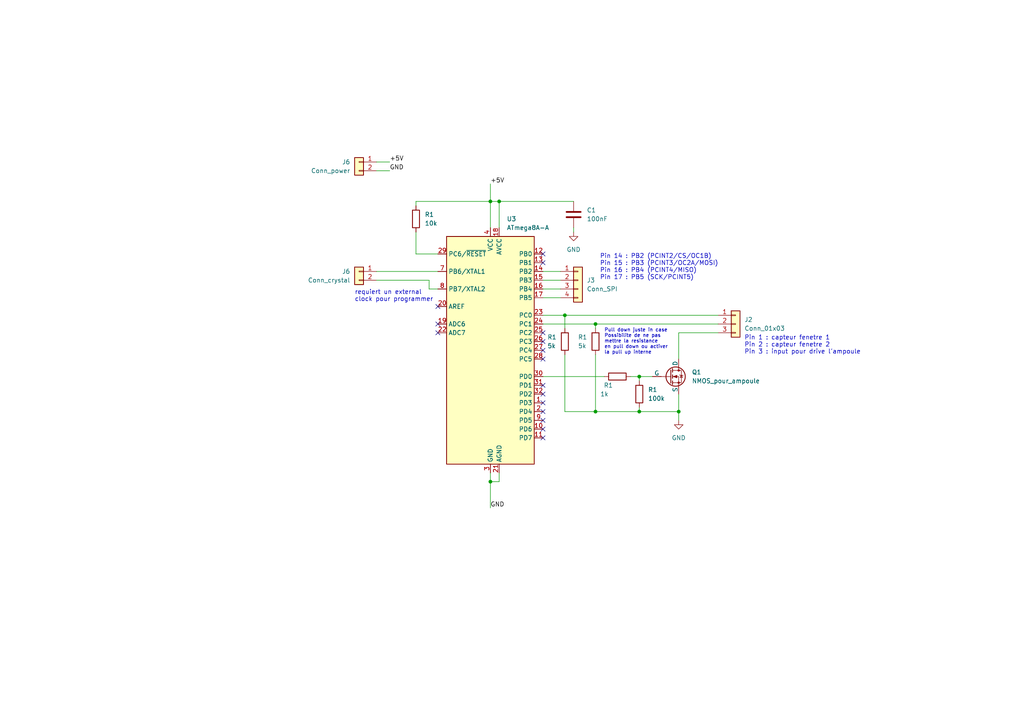
<source format=kicad_sch>
(kicad_sch (version 20230121) (generator eeschema)
  (paper "A4")
  (lib_symbols
    (symbol "Connector_Generic:Conn_01x02" (pin_names (offset 1.016) hide)
      (property "Reference" "J" (at 0 2.54 0))
      (property "Value" "Conn_01x02" (at 0 -5.08 0))
      (symbol "Conn_01x02_1_1"
        (rectangle (start -1.27 -2.413) (end 0 -2.667) (stroke (width 0.1524)))
        (rectangle (start -1.27 0.127) (end 0 -0.127) (stroke (width 0.1524)))
        (rectangle (start -1.27 1.27) (end 1.27 -3.81) (stroke (width 0.254)) (fill (type background)))
        (pin passive line (at -5.08 0 0) (length 3.81) (name "Pin_1") (number "1"))
        (pin passive line (at -5.08 -2.54 0) (length 3.81) (name "Pin_2") (number "2"))
      )
    )
    (symbol "Connector_Generic:Conn_01x03" (pin_names (offset 1.016) hide)
      (property "Reference" "J" (at 0 5.08 0))
      (property "Value" "Conn_01x03" (at 0 -5.08 0))
      (symbol "Conn_01x03_1_1"
        (rectangle (start -1.27 -2.413) (end 0 -2.667) (stroke (width 0.1524)))
        (rectangle (start -1.27 0.127) (end 0 -0.127) (stroke (width 0.1524)))
        (rectangle (start -1.27 2.667) (end 0 2.413) (stroke (width 0.1524)))
        (rectangle (start -1.27 3.81) (end 1.27 -3.81) (stroke (width 0.254)) (fill (type background)))
        (pin passive line (at -5.08 2.54 0) (length 3.81) (name "Pin_1") (number "1"))
        (pin passive line (at -5.08 0 0) (length 3.81) (name "Pin_2") (number "2"))
        (pin passive line (at -5.08 -2.54 0) (length 3.81) (name "Pin_3") (number "3"))
      )
    )
    (symbol "Connector_Generic:Conn_01x04" (pin_names (offset 1.016) hide)
      (property "Reference" "J" (at 0 5.08 0))
      (property "Value" "Conn_01x04" (at 0 -7.62 0))
      (symbol "Conn_01x04_1_1"
        (rectangle (start -1.27 -4.953) (end 0 -5.207) (stroke (width 0.1524)))
        (rectangle (start -1.27 -2.413) (end 0 -2.667) (stroke (width 0.1524)))
        (rectangle (start -1.27 0.127) (end 0 -0.127) (stroke (width 0.1524)))
        (rectangle (start -1.27 2.667) (end 0 2.413) (stroke (width 0.1524)))
        (rectangle (start -1.27 3.81) (end 1.27 -6.35) (stroke (width 0.254)) (fill (type background)))
        (pin passive line (at -5.08 2.54 0) (length 3.81) (name "Pin_1") (number "1"))
        (pin passive line (at -5.08 0 0) (length 3.81) (name "Pin_2") (number "2"))
        (pin passive line (at -5.08 -2.54 0) (length 3.81) (name "Pin_3") (number "3"))
        (pin passive line (at -5.08 -5.08 0) (length 3.81) (name "Pin_4") (number "4"))
      )
    )
    (symbol "Device:C" (pin_numbers hide) (pin_names (offset 0.254))
      (property "Reference" "C" (at 0.635 2.54 0))
      (property "Value" "C" (at 0.635 -2.54 0))
      (symbol "C_0_1"
        (polyline (pts (xy -2.032 -0.762) (xy 2.032 -0.762)) (stroke (width 0.508)))
        (polyline (pts (xy -2.032 0.762) (xy 2.032 0.762)) (stroke (width 0.508)))
      )
      (symbol "C_1_1"
        (pin passive line (at 0 3.81 270) (length 2.794) (name "~") (number "1"))
        (pin passive line (at 0 -3.81 90) (length 2.794) (name "~") (number "2"))
      )
    )
    (symbol "Device:R" (pin_numbers hide) (pin_names (offset 0))
      (property "Reference" "R" (at 2.032 0 90))
      (property "Value" "R" (at 0 0 90))
      (symbol "R_0_1"
        (rectangle (start -1.016 -2.54) (end 1.016 2.54) (stroke (width 0.254)))
      )
      (symbol "R_1_1"
        (pin passive line (at 0 3.81 270) (length 1.27) (name "~") (number "1"))
        (pin passive line (at 0 -3.81 90) (length 1.27) (name "~") (number "2"))
      )
    )
    (symbol "MCU_Microchip_ATmega:ATmega8A-A"
      (property "Reference" "U" (at -12.7 34.29 0))
      (property "Value" "ATmega8A-A" (at 5.08 -34.29 0))
      (symbol "ATmega8A-A_0_1"
        (rectangle (start -12.7 -33.02) (end 12.7 33.02) (stroke (width 0.254)) (fill (type background)))
      )
      (symbol "ATmega8A-A_1_1"
        (pin bidirectional line (at 15.24 -15.24 180) (length 2.54) (name "PD3") (number "1"))
        (pin bidirectional line (at 15.24 -22.86 180) (length 2.54) (name "PD6") (number "10"))
        (pin bidirectional line (at 15.24 -25.4 180) (length 2.54) (name "PD7") (number "11"))
        (pin bidirectional line (at 15.24 27.94 180) (length 2.54) (name "PB0") (number "12"))
        (pin bidirectional line (at 15.24 25.4 180) (length 2.54) (name "PB1") (number "13"))
        (pin bidirectional line (at 15.24 22.86 180) (length 2.54) (name "PB2") (number "14"))
        (pin bidirectional line (at 15.24 20.32 180) (length 2.54) (name "PB3") (number "15"))
        (pin bidirectional line (at 15.24 17.78 180) (length 2.54) (name "PB4") (number "16"))
        (pin bidirectional line (at 15.24 15.24 180) (length 2.54) (name "PB5") (number "17"))
        (pin power_in line (at 2.54 35.56 270) (length 2.54) (name "AVCC") (number "18"))
        (pin input line (at -15.24 7.62 0) (length 2.54) (name "ADC6") (number "19"))
        (pin bidirectional line (at 15.24 -17.78 180) (length 2.54) (name "PD4") (number "2"))
        (pin passive line (at -15.24 12.7 0) (length 2.54) (name "AREF") (number "20"))
        (pin power_in line (at 2.54 -35.56 90) (length 2.54) (name "AGND") (number "21"))
        (pin input line (at -15.24 5.08 0) (length 2.54) (name "ADC7") (number "22"))
        (pin bidirectional line (at 15.24 10.16 180) (length 2.54) (name "PC0") (number "23"))
        (pin bidirectional line (at 15.24 7.62 180) (length 2.54) (name "PC1") (number "24"))
        (pin bidirectional line (at 15.24 5.08 180) (length 2.54) (name "PC2") (number "25"))
        (pin bidirectional line (at 15.24 2.54 180) (length 2.54) (name "PC3") (number "26"))
        (pin bidirectional line (at 15.24 0 180) (length 2.54) (name "PC4") (number "27"))
        (pin bidirectional line (at 15.24 -2.54 180) (length 2.54) (name "PC5") (number "28"))
        (pin bidirectional line (at -15.24 27.94 0) (length 2.54) (name "PC6/~{RESET}") (number "29"))
        (pin power_in line (at 0 -35.56 90) (length 2.54) (name "GND") (number "3"))
        (pin bidirectional line (at 15.24 -7.62 180) (length 2.54) (name "PD0") (number "30"))
        (pin bidirectional line (at 15.24 -10.16 180) (length 2.54) (name "PD1") (number "31"))
        (pin bidirectional line (at 15.24 -12.7 180) (length 2.54) (name "PD2") (number "32"))
        (pin power_in line (at 0 35.56 270) (length 2.54) (name "VCC") (number "4"))
        (pin passive line (at 0 -35.56 90) (length 2.54) hide (name "GND") (number "5"))
        (pin passive line (at 0 35.56 270) (length 2.54) hide (name "VCC") (number "6"))
        (pin bidirectional line (at -15.24 22.86 0) (length 2.54) (name "PB6/XTAL1") (number "7"))
        (pin bidirectional line (at -15.24 17.78 0) (length 2.54) (name "PB7/XTAL2") (number "8"))
        (pin bidirectional line (at 15.24 -20.32 180) (length 2.54) (name "PD5") (number "9"))
      )
    )
    (symbol "Simulation_SPICE:NMOS" (pin_numbers hide) (pin_names (offset 0))
      (property "Reference" "Q" (at 5.08 1.27 0))
      (property "Value" "NMOS" (at 5.08 -1.27 0))
      (symbol "NMOS_0_1"
        (polyline (pts (xy 0.254 0) (xy -2.54 0)))
        (polyline (pts (xy 0.254 1.905) (xy 0.254 -1.905)) (stroke (width 0.254)))
        (polyline (pts (xy 0.762 -1.27) (xy 0.762 -2.286)) (stroke (width 0.254)))
        (polyline (pts (xy 0.762 0.508) (xy 0.762 -0.508)) (stroke (width 0.254)))
        (polyline (pts (xy 0.762 2.286) (xy 0.762 1.27)) (stroke (width 0.254)))
        (polyline (pts (xy 2.54 2.54) (xy 2.54 1.778)))
        (polyline (pts (xy 2.54 -2.54) (xy 2.54 0) (xy 0.762 0)))
        (polyline (pts (xy 0.762 -1.778) (xy 3.302 -1.778) (xy 3.302 1.778) (xy 0.762 1.778)))
        (polyline (pts (xy 1.016 0) (xy 2.032 0.381) (xy 2.032 -0.381) (xy 1.016 0)) (fill (type outline)))
        (polyline (pts (xy 2.794 0.508) (xy 2.921 0.381) (xy 3.683 0.381) (xy 3.81 0.254)))
        (polyline (pts (xy 3.302 0.381) (xy 2.921 -0.254) (xy 3.683 -0.254) (xy 3.302 0.381)))
        (circle (center 1.651 0) (radius 2.794) (stroke (width 0.254)))
        (circle (center 2.54 -1.778) (radius 0.254) (fill (type outline)))
        (circle (center 2.54 1.778) (radius 0.254) (fill (type outline)))
      )
      (symbol "NMOS_1_1"
        (pin passive line (at 2.54 5.08 270) (length 2.54) (name "D") (number "1"))
        (pin input line (at -5.08 0 0) (length 2.54) (name "G") (number "2"))
        (pin passive line (at 2.54 -5.08 90) (length 2.54) (name "S") (number "3"))
      )
    )
    (symbol "power:GND" (power) (pin_names (offset 0))
      (property "Value" "GND" (at 0 -3.81 0))
      (symbol "GND_0_1"
        (polyline (pts (xy 0 0) (xy 0 -1.27) (xy 1.27 -1.27) (xy 0 -2.54) (xy -1.27 -1.27) (xy 0 -1.27)))
      )
      (symbol "GND_1_1"
        (pin power_in line (at 0 0 270) (length 0) hide (name "GND") (number "1"))
      )
    )
  )
  (junction (at 172.72 93.98))
  (junction (at 172.72 119.38))
  (junction (at 142.24 139.7))
  (junction (at 144.78 58.42))
  (junction (at 142.24 58.42))
  (junction (at 196.85 119.38))
  (junction (at 185.42 109.22))
  (junction (at 163.83 91.44))
  (junction (at 185.42 119.38))
  (no_connect (at 127 96.52))
  (no_connect (at 157.48 101.6))
  (no_connect (at 157.48 104.14))
  (no_connect (at 157.48 99.06))
  (no_connect (at 157.48 76.2))
  (no_connect (at 157.48 111.76))
  (no_connect (at 157.48 96.52))
  (no_connect (at 157.48 116.84))
  (no_connect (at 157.48 73.66))
  (no_connect (at 127 93.98))
  (no_connect (at 157.48 119.38))
  (no_connect (at 157.48 124.46))
  (no_connect (at 157.48 127))
  (no_connect (at 127 88.9))
  (no_connect (at 157.48 121.92))
  (no_connect (at 157.48 114.3))
  (wire (pts (xy 120.65 73.66) (xy 127 73.66)))
  (wire (pts (xy 196.85 96.52) (xy 208.28 96.52)))
  (wire (pts (xy 157.48 109.22) (xy 175.26 109.22)))
  (wire (pts (xy 157.48 81.28) (xy 162.56 81.28)))
  (wire (pts (xy 142.24 139.7) (xy 142.24 147.32)))
  (wire (pts (xy 182.88 109.22) (xy 185.42 109.22)))
  (wire (pts (xy 196.85 114.3) (xy 196.85 119.38)))
  (wire (pts (xy 157.48 91.44) (xy 163.83 91.44)))
  (wire (pts (xy 185.42 109.22) (xy 189.23 109.22)))
  (wire (pts (xy 120.65 67.31) (xy 120.65 73.66)))
  (wire (pts (xy 109.22 49.53) (xy 113.03 49.53)))
  (wire (pts (xy 142.24 58.42) (xy 142.24 66.04)))
  (wire (pts (xy 163.83 91.44) (xy 163.83 95.25)))
  (wire (pts (xy 144.78 58.42) (xy 166.37 58.42)))
  (wire (pts (xy 163.83 91.44) (xy 208.28 91.44)))
  (wire (pts (xy 124.46 83.82) (xy 124.46 81.28)))
  (wire (pts (xy 142.24 137.16) (xy 142.24 139.7)))
  (wire (pts (xy 124.46 83.82) (xy 127 83.82)))
  (wire (pts (xy 120.65 59.69) (xy 120.65 58.42)))
  (wire (pts (xy 157.48 93.98) (xy 172.72 93.98)))
  (wire (pts (xy 157.48 83.82) (xy 162.56 83.82)))
  (wire (pts (xy 144.78 58.42) (xy 142.24 58.42)))
  (wire (pts (xy 196.85 119.38) (xy 196.85 121.92)))
  (wire (pts (xy 166.37 66.04) (xy 166.37 67.31)))
  (wire (pts (xy 185.42 118.11) (xy 185.42 119.38)))
  (wire (pts (xy 172.72 93.98) (xy 172.72 95.25)))
  (wire (pts (xy 144.78 137.16) (xy 144.78 139.7)))
  (wire (pts (xy 109.22 46.99) (xy 113.03 46.99)))
  (wire (pts (xy 157.48 86.36) (xy 162.56 86.36)))
  (wire (pts (xy 163.83 102.87) (xy 163.83 119.38)))
  (wire (pts (xy 163.83 119.38) (xy 172.72 119.38)))
  (wire (pts (xy 144.78 66.04) (xy 144.78 58.42)))
  (wire (pts (xy 196.85 104.14) (xy 196.85 96.52)))
  (wire (pts (xy 172.72 119.38) (xy 185.42 119.38)))
  (wire (pts (xy 185.42 109.22) (xy 185.42 110.49)))
  (wire (pts (xy 120.65 58.42) (xy 142.24 58.42)))
  (wire (pts (xy 142.24 53.34) (xy 142.24 58.42)))
  (wire (pts (xy 157.48 78.74) (xy 162.56 78.74)))
  (wire (pts (xy 144.78 139.7) (xy 142.24 139.7)))
  (wire (pts (xy 172.72 102.87) (xy 172.72 119.38)))
  (wire (pts (xy 185.42 119.38) (xy 196.85 119.38)))
  (wire (pts (xy 172.72 93.98) (xy 208.28 93.98)))
  (wire (pts (xy 124.46 81.28) (xy 109.22 81.28)))
  (wire (pts (xy 109.22 78.74) (xy 127 78.74)))
  (text "requiert un external \nclock pour programmer" (at 102.87 87.63 0) (effects (font (size 1.27 1.27)) (justify left bottom)))
  (text "Pin 1 : capteur fenetre 1\nPin 2 : capteur fenetre 2\nPin 3 : input pour drive l'ampoule" (at 215.9 102.87 0) (effects (font (size 1.27 1.27)) (justify left bottom)))
  (text "Pull down juste in case\nPossibilite de ne pas \nmettre la resistance\nen pull down ou activer\nla pull up interne" (at 175.26 102.87 0) (effects (font (size 1 1)) (justify left bottom)))
  (text "Pin 14 : PB2 (PCINT2/CS/OC1B)\nPin 15 : PB3 (PCINT3/OC2A/MOSI)\nPin 16 : PB4 (PCINT4/MISO)\nPin 17 : PB5 (SCK/PCINT5)" (at 173.99 81.28 0) (effects (font (size 1.27 1.27)) (justify left bottom)))
  (label "GND" (at 113.03 49.53 0))
  (label "+5V" (at 142.24 53.34 0))
  (label "+5V" (at 113.03 46.99 0))
  (label "GND" (at 142.24 147.32 0))
  (symbol (lib_id "power:GND") (at 196.85 121.92 0) (unit 1)
    (property "Reference" "#PWR03" (effects hide))
    (property "Value" "GND" (at 196.85 127 0))
    (instances (project "laob_maison" (path "" (reference "#PWR03") (unit 1)) (path "" (reference "#PWR014") (unit 1)) (path "" (reference "#PWR015") (unit 1))))
  )
  (symbol (lib_id "Simulation_SPICE:NMOS") (at 194.31 109.22 0) (unit 1)
    (property "Reference" "Q1" (at 200.66 107.95 0) (effects (justify left)))
    (property "Value" "NMOS_pour_ampoule" (at 200.66 110.49 0) (effects (justify left)))
    (property "Footprint" "myLib:Conn1x3" (effects hide))
    (property "Datasheet" "https://ngspice.sourceforge.io/docs/ngspice-manual.pdf" (effects hide))
    (property "Sim.Device" "NMOS" (effects hide))
    (property "Sim.Type" "VDMOS" (effects hide))
    (property "Sim.Pins" "1=D 2=G 3=S" (effects hide))
    (instances (project "laob_maison" (path "" (reference "Q1") (unit 1)) (path "" (reference "Q2") (unit 1))))
  )
  (symbol (lib_id "Device:R") (at 179.07 109.22 90) (mirror x) (unit 1)
    (property "Reference" "R1" (at 177.8 111.76 90) (effects (justify left)))
    (property "Value" "1k" (at 176.53 114.3 90) (effects (justify left)))
    (property "Footprint" "Resistor_THT:R_Axial_DIN0309_L9.0mm_D3.2mm_P12.70mm_Horizontal" (effects hide))
    (instances (project "laob_maison" (path "" (reference "R1") (unit 1)) (path "" (reference "R7") (unit 1)) (path "" (reference "R10") (unit 1))))
  )
  (symbol (lib_id "Connector_Generic:Conn_01x02") (at 104.14 46.99 0) (mirror y) (unit 1)
    (property "Reference" "J6" (at 101.6 46.99 0) (effects (justify left)))
    (property "Value" "Conn_power" (at 101.6 49.53 0) (effects (justify left)))
    (property "Footprint" "myLib:Conn1x2" (effects hide))
    (instances (project "laob_maison" (path "" (reference "J6") (unit 1)) (path "" (reference "J13") (unit 1))))
  )
  (symbol (lib_id "Device:R") (at 163.83 99.06 0) (unit 1)
    (property "Reference" "R1" (at 158.75 97.79 0) (effects (justify left)))
    (property "Value" "5k" (at 158.75 100.33 0) (effects (justify left)))
    (property "Footprint" "Resistor_THT:R_Axial_DIN0309_L9.0mm_D3.2mm_P12.70mm_Horizontal" (effects hide))
    (instances (project "laob_maison" (path "" (reference "R1") (unit 1)) (path "" (reference "R8") (unit 1)) (path "" (reference "R12") (unit 1))))
  )
  (symbol (lib_id "Connector_Generic:Conn_01x03") (at 213.36 93.98 0) (unit 1)
    (property "Reference" "J2" (at 215.9 92.71 0) (effects (justify left)))
    (property "Value" "Conn_01x03" (at 215.9 95.25 0) (effects (justify left)))
    (property "Footprint" "myLib:Conn1x3" (effects hide))
  )
  (symbol (lib_id "MCU_Microchip_ATmega:ATmega8A-A") (at 142.24 101.6 0) (unit 1)
    (property "Reference" "U3" (at 146.9741 63.5 0) (effects (justify left)))
    (property "Value" "ATmega8A-A" (at 146.9741 66.04 0) (effects (justify left)))
    (property "Footprint" "Package_QFP:TQFP-32_7x7mm_P0.8mm" (effects hide))
    (property "Datasheet" "http://ww1.microchip.com/downloads/en/DeviceDoc/Microchip%208bit%20mcu%20AVR%20ATmega8A%20data%20sheet%2040001974A.pdf" (effects hide))
  )
  (symbol (lib_id "Device:R") (at 172.72 99.06 0) (unit 1)
    (property "Reference" "R1" (at 167.64 97.79 0) (effects (justify left)))
    (property "Value" "5k" (at 167.64 100.33 0) (effects (justify left)))
    (property "Footprint" "Resistor_THT:R_Axial_DIN0309_L9.0mm_D3.2mm_P12.70mm_Horizontal" (effects hide))
    (instances (project "laob_maison" (path "" (reference "R1") (unit 1)) (path "" (reference "R8") (unit 1)) (path "" (reference "R13") (unit 1))))
  )
  (symbol (lib_id "Device:C") (at 166.37 62.23 0) (unit 1)
    (property "Reference" "C1" (at 170.18 60.96 0) (effects (justify left)))
    (property "Value" "100nF" (at 170.18 63.5 0) (effects (justify left)))
    (property "Footprint" "Capacitor_THT:CP_Radial_Tantal_D7.0mm_P5.00mm" (effects hide))
    (instances (project "laob_maison" (path "" (reference "C1") (unit 1)) (path "" (reference "C3") (unit 1))))
  )
  (symbol (lib_id "power:GND") (at 166.37 67.31 0) (unit 1)
    (property "Reference" "#PWR03" (effects hide))
    (property "Value" "GND" (at 166.37 72.39 0))
    (instances (project "laob_maison" (path "" (reference "#PWR03") (unit 1)) (path "" (reference "#PWR08") (unit 1))))
  )
  (symbol (lib_id "Connector_Generic:Conn_01x02") (at 104.14 78.74 0) (mirror y) (unit 1)
    (property "Reference" "J6" (at 101.6 78.74 0) (effects (justify left)))
    (property "Value" "Conn_crystal" (at 101.6 81.28 0) (effects (justify left)))
    (property "Footprint" "myLib:Conn1x2" (effects hide))
    (instances (project "laob_maison" (path "" (reference "J6") (unit 1)) (path "" (reference "J5") (unit 1))))
  )
  (symbol (lib_id "Device:R") (at 120.65 63.5 0) (unit 1)
    (property "Reference" "R1" (at 123.19 62.23 0) (effects (justify left)))
    (property "Value" "10k" (at 123.19 64.77 0) (effects (justify left)))
    (property "Footprint" "Resistor_THT:R_Axial_DIN0309_L9.0mm_D3.2mm_P12.70mm_Horizontal" (effects hide))
    (instances (project "laob_maison" (path "" (reference "R1") (unit 1)) (path "" (reference "R5") (unit 1))))
  )
  (symbol (lib_id "Device:R") (at 185.42 114.3 0) (unit 1)
    (property "Reference" "R1" (at 187.96 113.03 0) (effects (justify left)))
    (property "Value" "100k" (at 187.96 115.57 0) (effects (justify left)))
    (property "Footprint" "Resistor_THT:R_Axial_DIN0309_L9.0mm_D3.2mm_P12.70mm_Horizontal" (effects hide))
    (instances (project "laob_maison" (path "" (reference "R1") (unit 1)) (path "" (reference "R8") (unit 1)) (path "" (reference "R11") (unit 1))))
  )
  (symbol (lib_id "Connector_Generic:Conn_01x04") (at 167.64 81.28 0) (unit 1)
    (property "Reference" "J3" (at 170.18 81.28 0) (effects (justify left)))
    (property "Value" "Conn_SPI" (at 170.18 83.82 0) (effects (justify left)))
    (property "Footprint" "myLib:conn_1x4" (effects hide))
    (instances (project "laob_maison" (path "" (reference "J3") (unit 1)) (path "" (reference "J7") (unit 1))))
  )
)
</source>
